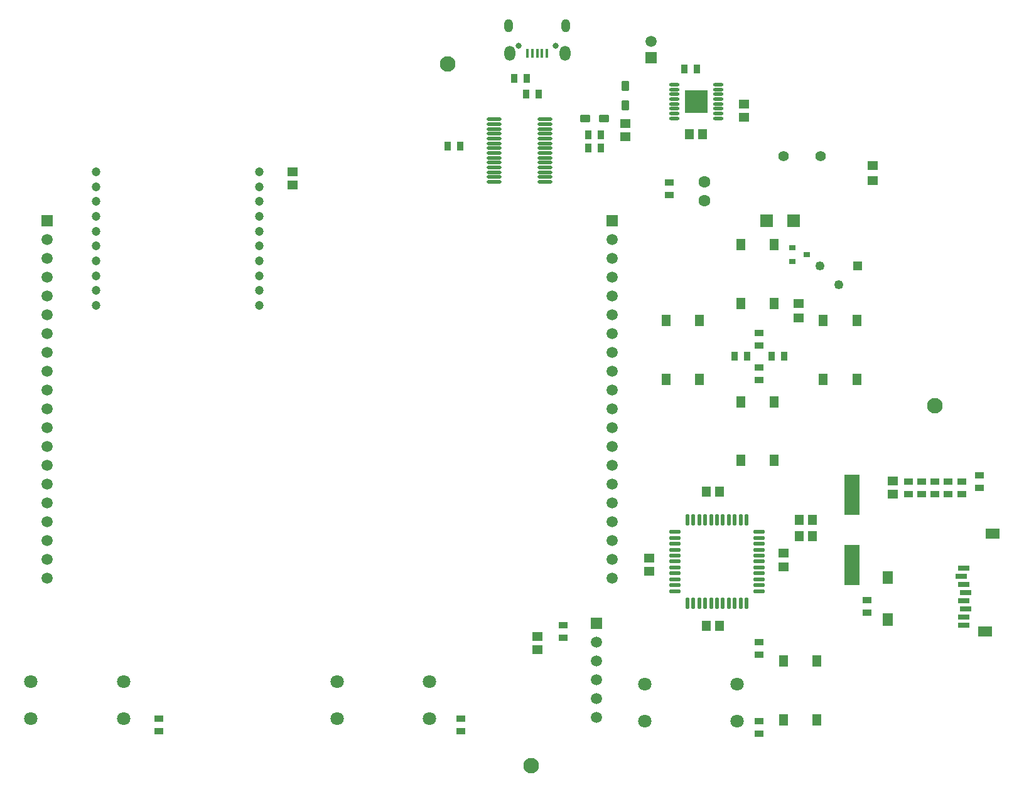
<source format=gbr>
%TF.GenerationSoftware,Altium Limited,Altium Designer,21.6.1 (37)*%
G04 Layer_Color=255*
%FSLAX43Y43*%
%MOMM*%
%TF.SameCoordinates,4DA2BED1-4599-47CA-9C3E-D857DBAA41EB*%
%TF.FilePolarity,Positive*%
%TF.FileFunction,Pads,Top*%
%TF.Part,Single*%
G01*
G75*
%TA.AperFunction,SMDPad,CuDef*%
%ADD10R,1.700X1.680*%
%ADD11O,0.550X1.600*%
%ADD12O,1.600X0.550*%
%ADD13R,1.400X1.200*%
%ADD14R,1.500X0.800*%
%ADD15R,1.400X1.800*%
%ADD16R,0.900X0.800*%
%ADD17R,0.850X1.300*%
%ADD18R,1.300X0.850*%
%ADD19R,1.450X1.200*%
%ADD20R,1.300X1.550*%
%ADD21R,0.450X1.300*%
G04:AMPARAMS|DCode=22|XSize=1.4mm|YSize=1mm|CornerRadius=0.2mm|HoleSize=0mm|Usage=FLASHONLY|Rotation=90.000|XOffset=0mm|YOffset=0mm|HoleType=Round|Shape=RoundedRectangle|*
%AMROUNDEDRECTD22*
21,1,1.400,0.600,0,0,90.0*
21,1,1.000,1.000,0,0,90.0*
1,1,0.400,0.300,0.500*
1,1,0.400,0.300,-0.500*
1,1,0.400,-0.300,-0.500*
1,1,0.400,-0.300,0.500*
%
%ADD22ROUNDEDRECTD22*%
%ADD23R,2.000X5.500*%
%ADD24R,1.900X1.400*%
G04:AMPARAMS|DCode=25|XSize=1.4mm|YSize=1mm|CornerRadius=0.2mm|HoleSize=0mm|Usage=FLASHONLY|Rotation=0.000|XOffset=0mm|YOffset=0mm|HoleType=Round|Shape=RoundedRectangle|*
%AMROUNDEDRECTD25*
21,1,1.400,0.600,0,0,0.0*
21,1,1.000,1.000,0,0,0.0*
1,1,0.400,0.500,-0.300*
1,1,0.400,-0.500,-0.300*
1,1,0.400,-0.500,0.300*
1,1,0.400,0.500,0.300*
%
%ADD25ROUNDEDRECTD25*%
%ADD26O,1.400X0.450*%
%ADD27R,3.100X3.100*%
%ADD28O,2.000X0.450*%
%ADD29R,1.200X1.400*%
%TA.AperFunction,ComponentPad*%
%ADD33C,2.100*%
%ADD34C,1.500*%
%ADD35C,1.200*%
%ADD36C,1.600*%
%ADD37C,1.800*%
%ADD38C,1.400*%
%ADD39R,1.500X1.500*%
%ADD40O,1.450X2.000*%
%ADD41O,1.150X1.800*%
%ADD42C,0.800*%
%ADD43R,1.250X1.250*%
%ADD44C,1.250*%
D10*
X135215Y78295D02*
D03*
X138795D02*
D03*
D11*
X132500Y37925D02*
D03*
X125300Y26625D02*
D03*
X126100D02*
D03*
X132500D02*
D03*
X126900Y37925D02*
D03*
X124500D02*
D03*
X129300Y26625D02*
D03*
X126900D02*
D03*
X131700Y37925D02*
D03*
X124500Y26625D02*
D03*
X127700D02*
D03*
X128500D02*
D03*
X130100D02*
D03*
X130900D02*
D03*
X131700D02*
D03*
X130900Y37925D02*
D03*
X130100D02*
D03*
X129300D02*
D03*
X128500D02*
D03*
X127700D02*
D03*
X126100D02*
D03*
X125300D02*
D03*
D12*
X134150Y30675D02*
D03*
X122850Y29075D02*
D03*
Y28275D02*
D03*
X134150D02*
D03*
Y29075D02*
D03*
Y29875D02*
D03*
Y31475D02*
D03*
Y35475D02*
D03*
X122850Y36275D02*
D03*
Y35475D02*
D03*
Y34675D02*
D03*
Y33875D02*
D03*
Y33075D02*
D03*
Y32275D02*
D03*
Y31475D02*
D03*
Y30675D02*
D03*
Y29875D02*
D03*
X134150Y32275D02*
D03*
Y33075D02*
D03*
Y33875D02*
D03*
Y34675D02*
D03*
Y36275D02*
D03*
D13*
X152200Y41350D02*
D03*
Y43150D02*
D03*
X71250Y83070D02*
D03*
Y84870D02*
D03*
X104250Y22150D02*
D03*
X116100Y91416D02*
D03*
Y89616D02*
D03*
X119387Y32725D02*
D03*
Y30925D02*
D03*
X137491Y33369D02*
D03*
Y31569D02*
D03*
X104250Y20350D02*
D03*
X132164Y92259D02*
D03*
Y94059D02*
D03*
D14*
X162000Y28040D02*
D03*
Y25840D02*
D03*
X161800Y31340D02*
D03*
X161400Y30240D02*
D03*
X161800Y29140D02*
D03*
Y26940D02*
D03*
Y24740D02*
D03*
Y23640D02*
D03*
D15*
X151500Y30150D02*
D03*
Y24450D02*
D03*
D16*
X138630Y72739D02*
D03*
X140630Y73689D02*
D03*
X138630Y74639D02*
D03*
D17*
X125834Y98750D02*
D03*
X135900Y59985D02*
D03*
X132561D02*
D03*
X130861D02*
D03*
X137600D02*
D03*
X124134Y98750D02*
D03*
X93900Y88400D02*
D03*
X92200D02*
D03*
X102883Y97500D02*
D03*
X101183D02*
D03*
X102757Y95359D02*
D03*
X104457D02*
D03*
X111150Y88075D02*
D03*
X112850D02*
D03*
X112850Y89900D02*
D03*
X111150D02*
D03*
D18*
X134161Y61455D02*
D03*
X134161Y58495D02*
D03*
X53250Y9335D02*
D03*
X94000D02*
D03*
X134150Y9050D02*
D03*
X163900Y42250D02*
D03*
X154299Y43100D02*
D03*
X156099D02*
D03*
X157899D02*
D03*
X159700D02*
D03*
X161500D02*
D03*
X148750Y25400D02*
D03*
X107750Y23700D02*
D03*
X134150Y21408D02*
D03*
X161500Y41400D02*
D03*
X159700D02*
D03*
X157899D02*
D03*
X156099D02*
D03*
X148750Y27100D02*
D03*
X134150Y10750D02*
D03*
X122034Y83475D02*
D03*
Y81775D02*
D03*
X154299Y41400D02*
D03*
X163900Y43950D02*
D03*
X94000Y11035D02*
D03*
X53250D02*
D03*
X134161Y56795D02*
D03*
X134150Y19708D02*
D03*
X134161Y63155D02*
D03*
X107750Y22000D02*
D03*
D19*
X149500Y85700D02*
D03*
X139500Y65125D02*
D03*
Y67125D02*
D03*
X149500Y83700D02*
D03*
D20*
X142841Y56870D02*
D03*
X131711Y67100D02*
D03*
X121641Y56870D02*
D03*
X131711Y45900D02*
D03*
X126141Y64820D02*
D03*
X121641D02*
D03*
X126141Y56870D02*
D03*
X147341Y64820D02*
D03*
Y56870D02*
D03*
X142841Y64820D02*
D03*
X141991Y18868D02*
D03*
X137491Y10918D02*
D03*
Y18868D02*
D03*
X141991Y10918D02*
D03*
X136211Y75050D02*
D03*
X131711D02*
D03*
X136211Y67100D02*
D03*
Y45900D02*
D03*
X131711Y53850D02*
D03*
X136211D02*
D03*
D21*
X102950Y100850D02*
D03*
X104900D02*
D03*
X104250D02*
D03*
X105550D02*
D03*
X103600D02*
D03*
D22*
X116100Y93900D02*
D03*
Y96500D02*
D03*
D23*
X146691Y41300D02*
D03*
Y31800D02*
D03*
D24*
X165650Y36000D02*
D03*
X164650Y22850D02*
D03*
D25*
X113300Y92100D02*
D03*
X110700D02*
D03*
D26*
X122734Y92759D02*
D03*
Y92109D02*
D03*
Y94059D02*
D03*
Y93409D02*
D03*
Y94709D02*
D03*
Y95359D02*
D03*
Y96009D02*
D03*
Y96659D02*
D03*
X128634Y92759D02*
D03*
Y92109D02*
D03*
Y93409D02*
D03*
Y94059D02*
D03*
Y94709D02*
D03*
Y95359D02*
D03*
Y96009D02*
D03*
Y96659D02*
D03*
D27*
X125684Y94384D02*
D03*
D28*
X105333Y83525D02*
D03*
Y84175D02*
D03*
Y84825D02*
D03*
Y85475D02*
D03*
Y86125D02*
D03*
Y86775D02*
D03*
Y87425D02*
D03*
Y88075D02*
D03*
Y88725D02*
D03*
Y89375D02*
D03*
Y90025D02*
D03*
Y90675D02*
D03*
Y91325D02*
D03*
Y91975D02*
D03*
X98433Y83525D02*
D03*
Y84175D02*
D03*
Y84825D02*
D03*
Y85475D02*
D03*
Y86125D02*
D03*
Y86775D02*
D03*
Y87425D02*
D03*
Y88075D02*
D03*
Y88725D02*
D03*
Y89375D02*
D03*
Y90025D02*
D03*
Y90675D02*
D03*
Y91325D02*
D03*
Y91975D02*
D03*
D29*
X128875Y41750D02*
D03*
X127075D02*
D03*
X127075Y23550D02*
D03*
X128875D02*
D03*
X139600Y37925D02*
D03*
X141400D02*
D03*
X139600Y35669D02*
D03*
X141400D02*
D03*
X124795Y90009D02*
D03*
X126595D02*
D03*
D33*
X92200Y99469D02*
D03*
X157899Y53324D02*
D03*
X103400Y4750D02*
D03*
D34*
X114341Y42735D02*
D03*
X119600Y102540D02*
D03*
X114341Y50355D02*
D03*
X112250Y11248D02*
D03*
Y13788D02*
D03*
Y16328D02*
D03*
Y18868D02*
D03*
Y21408D02*
D03*
X38131Y75755D02*
D03*
Y73215D02*
D03*
Y70675D02*
D03*
Y68135D02*
D03*
Y65595D02*
D03*
Y63055D02*
D03*
Y60515D02*
D03*
Y57975D02*
D03*
Y55435D02*
D03*
Y52895D02*
D03*
Y50355D02*
D03*
Y47815D02*
D03*
Y45275D02*
D03*
Y42735D02*
D03*
Y40195D02*
D03*
Y37655D02*
D03*
Y35115D02*
D03*
Y32575D02*
D03*
Y30035D02*
D03*
X114341D02*
D03*
Y32575D02*
D03*
Y35115D02*
D03*
Y37655D02*
D03*
Y40195D02*
D03*
Y45275D02*
D03*
Y47815D02*
D03*
Y52895D02*
D03*
Y55435D02*
D03*
Y57975D02*
D03*
Y60515D02*
D03*
Y63055D02*
D03*
Y65595D02*
D03*
Y68135D02*
D03*
Y70675D02*
D03*
Y73215D02*
D03*
Y75755D02*
D03*
D35*
X66750Y82870D02*
D03*
Y84870D02*
D03*
Y66870D02*
D03*
Y76870D02*
D03*
X44750Y84870D02*
D03*
Y82870D02*
D03*
Y80870D02*
D03*
Y78870D02*
D03*
Y76870D02*
D03*
Y72870D02*
D03*
Y68870D02*
D03*
Y66870D02*
D03*
X66750Y78870D02*
D03*
Y74870D02*
D03*
Y72870D02*
D03*
Y70870D02*
D03*
Y68870D02*
D03*
Y80870D02*
D03*
X44750Y70870D02*
D03*
Y74870D02*
D03*
D36*
X126821Y80975D02*
D03*
Y83515D02*
D03*
D37*
X36001Y16035D02*
D03*
X77251D02*
D03*
X118751Y15750D02*
D03*
X89751Y11035D02*
D03*
Y16035D02*
D03*
X77251Y11035D02*
D03*
X131251Y10750D02*
D03*
Y15750D02*
D03*
X118751Y10750D02*
D03*
X48501Y16035D02*
D03*
X36001Y11035D02*
D03*
X48501D02*
D03*
D38*
X137500Y87000D02*
D03*
X142500D02*
D03*
D39*
X112250Y23948D02*
D03*
X38131Y78295D02*
D03*
X119600Y100260D02*
D03*
X114341Y78295D02*
D03*
D40*
X107975Y100850D02*
D03*
X100525D02*
D03*
D41*
X108125Y104650D02*
D03*
X100375D02*
D03*
D42*
X106750Y101900D02*
D03*
X101750D02*
D03*
D43*
X147488Y72184D02*
D03*
D44*
X142408D02*
D03*
X144948Y69644D02*
D03*
%TF.MD5,2c1f5e85643a81448616185e5a2b4a98*%
M02*

</source>
